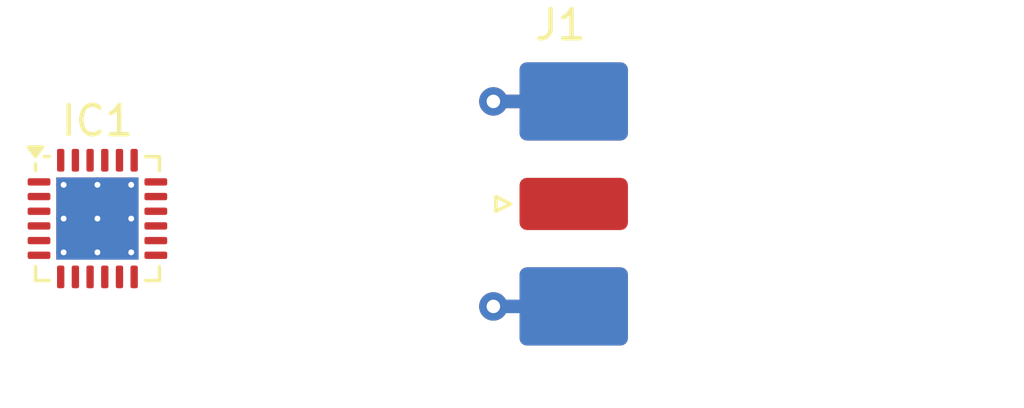
<source format=kicad_pcb>
(kicad_pcb (version 20241229) (generator "pcbnew") (generator_version "9.0")
  (layers (0 "F.Cu" signal) (2 "B.Cu" signal) (13 "F.Paste" user) (15 "B.Paste" user) (5 "F.SilkS" user "F.Silkscreen") (7 "B.SilkS" user "B.Silkscreen") (1 "F.Mask" user) (3 "B.Mask" user) (25 "Edge.Cuts" user))
  (net 0 "")
  (net 16 "GND")
  (net 17 "Net-(IC1-RF)")
  (footprint "Connector_Coaxial:SMA_Molex_73251-2120_EdgeMount_Horizontal" (layer "F.Cu") (at 135.96 75.5)
    (property "Reference" "J1" (at -0.705 -6.1 0) (layer "F.SilkS"))
    (property "Value" "Conn_Coaxial")
    (fp_line (start -0.25 -3.4925) (end -2.985 -3.4925) (stroke (width 0.46)) (layer "F.Cu"))
    (fp_line (start -0.25 3.4925) (end -2.985 3.4925) (stroke (width 0.46)) (layer "F.Cu"))
    (fp_line (start -0.25 -3.4925) (end -2.985 -3.4925) (stroke (width 0.46)) (layer "B.Cu"))
    (fp_line (start -0.25 3.4925) (end -2.985 3.4925) (stroke (width 0.46)) (layer "B.Cu"))
    (fp_line (start -2.9 -0.25) (end -2.9 0.25) (stroke (width 0.12)) (layer "F.SilkS"))
    (fp_line (start -2.9 0.25) (end -2.4 0) (stroke (width 0.12)) (layer "F.SilkS"))
    (fp_line (start -2.4 0) (end -2.9 -0.25) (stroke (width 0.12)) (layer "F.SilkS"))
    (pad "1" smd roundrect (at -0.25 0) (size 3.69 1.78) (layers "F.Cu" "F.Mask" "F.Paste") (roundrect_rratio 0.1404494382) (net 17 "Net-(IC1-RF)"))
    (pad "2" thru_hole circle (at -2.985 -3.4925) (size 0.97 0.97) (drill 0.46) (layers "*.Cu") (net 16 "GND"))
    (pad "2" thru_hole circle (at -2.985 3.4925) (size 0.97 0.97) (drill 0.46) (layers "*.Cu") (net 16 "GND"))
    (pad "2" smd roundrect (at -0.25 -3.4925) (size 3.69 2.665) (layers "F.Cu" "F.Mask" "F.Paste") (roundrect_rratio 0.09380863039) (net 16 "GND"))
    (pad "2" smd roundrect (at -0.25 -3.4925) (size 3.69 2.665) (layers "B.Cu" "B.Mask" "B.Paste") (roundrect_rratio 0.09380863039) (net 16 "GND"))
    (pad "2" smd roundrect (at -0.25 3.4925) (size 3.69 2.665) (layers "F.Cu" "F.Mask" "F.Paste") (roundrect_rratio 0.09380863039) (net 16 "GND"))
    (pad "2" smd roundrect (at -0.25 3.4925) (size 3.69 2.665) (layers "B.Cu" "B.Mask" "B.Paste") (roundrect_rratio 0.09380863039) (net 16 "GND"))
  )
  (footprint "Package_DFN_QFN:QFN-24-1EP_4x4mm_P0.5mm_EP2.8x2.8mm_ThermalVias" (layer "F.Cu") (at 119.5 76)
    (property "Reference" "IC1" (at 0 -3.33 0) (layer "F.SilkS"))
    (property "Value" "LTC5599")
    (fp_line (start -2.11 -1.635) (end -2.11 -1.87) (stroke (width 0.12)) (layer "F.SilkS"))
    (fp_line (start -2.11 2.11) (end -2.11 1.635) (stroke (width 0.12)) (layer "F.SilkS"))
    (fp_line (start -1.635 -2.11) (end -1.81 -2.11) (stroke (width 0.12)) (layer "F.SilkS"))
    (fp_line (start -1.635 2.11) (end -2.11 2.11) (stroke (width 0.12)) (layer "F.SilkS"))
    (fp_line (start 1.635 -2.11) (end 2.11 -2.11) (stroke (width 0.12)) (layer "F.SilkS"))
    (fp_line (start 1.635 2.11) (end 2.11 2.11) (stroke (width 0.12)) (layer "F.SilkS"))
    (fp_line (start 2.11 -2.11) (end 2.11 -1.635) (stroke (width 0.12)) (layer "F.SilkS"))
    (fp_line (start 2.11 2.11) (end 2.11 1.635) (stroke (width 0.12)) (layer "F.SilkS"))
    (fp_poly (pts (xy -2.11 -2.11) (xy -2.35 -2.44) (xy -1.87 -2.44)) (stroke (width 0.12)) (fill yes) (layer "F.SilkS"))
    (pad "1" smd roundrect (at -1.9875 -1.25) (size 0.775 0.25) (layers "F.Cu" "F.Mask" "F.Paste"))
    (pad "2" smd roundrect (at -1.9875 -0.75) (size 0.775 0.25) (layers "F.Cu" "F.Mask" "F.Paste") (net 16 "GND"))
    (pad "3" smd roundrect (at -1.9875 -0.25) (size 0.775 0.25) (layers "F.Cu" "F.Mask" "F.Paste"))
    (pad "4" smd roundrect (at -1.9875 0.25) (size 0.775 0.25) (layers "F.Cu" "F.Mask" "F.Paste"))
    (pad "5" smd roundrect (at -1.9875 0.75) (size 0.775 0.25) (layers "F.Cu" "F.Mask" "F.Paste") (net 16 "GND"))
    (pad "6" smd roundrect (at -1.9875 1.25) (size 0.775 0.25) (layers "F.Cu" "F.Mask" "F.Paste"))
    (pad "7" smd roundrect (at -1.25 1.9875) (size 0.25 0.775) (layers "F.Cu" "F.Mask" "F.Paste"))
    (pad "8" smd roundrect (at -0.75 1.9875) (size 0.25 0.775) (layers "F.Cu" "F.Mask" "F.Paste"))
    (pad "9" smd roundrect (at -0.25 1.9875) (size 0.25 0.775) (layers "F.Cu" "F.Mask" "F.Paste"))
    (pad "10" smd roundrect (at 0.25 1.9875) (size 0.25 0.775) (layers "F.Cu" "F.Mask" "F.Paste"))
    (pad "11" smd roundrect (at 0.75 1.9875) (size 0.25 0.775) (layers "F.Cu" "F.Mask" "F.Paste"))
    (pad "12" smd roundrect (at 1.25 1.9875) (size 0.25 0.775) (layers "F.Cu" "F.Mask" "F.Paste") (net 16 "GND"))
    (pad "13" smd roundrect (at 1.9875 1.25) (size 0.775 0.25) (layers "F.Cu" "F.Mask" "F.Paste") (net 16 "GND"))
    (pad "14" smd roundrect (at 1.9875 0.75) (size 0.775 0.25) (layers "F.Cu" "F.Mask" "F.Paste") (net 16 "GND"))
    (pad "15" smd roundrect (at 1.9875 0.25) (size 0.775 0.25) (layers "F.Cu" "F.Mask" "F.Paste") (net 16 "GND"))
    (pad "16" smd roundrect (at 1.9875 -0.25) (size 0.775 0.25) (layers "F.Cu" "F.Mask" "F.Paste") (net 17 "Net-(IC1-RF)"))
    (pad "17" smd roundrect (at 1.9875 -0.75) (size 0.775 0.25) (layers "F.Cu" "F.Mask" "F.Paste") (net 16 "GND"))
    (pad "18" smd roundrect (at 1.9875 -1.25) (size 0.775 0.25) (layers "F.Cu" "F.Mask" "F.Paste") (net 16 "GND"))
    (pad "19" smd roundrect (at 1.25 -1.9875) (size 0.25 0.775) (layers "F.Cu" "F.Mask" "F.Paste"))
    (pad "20" smd roundrect (at 0.75 -1.9875) (size 0.25 0.775) (layers "F.Cu" "F.Mask" "F.Paste"))
    (pad "21" smd roundrect (at 0.25 -1.9875) (size 0.25 0.775) (layers "F.Cu" "F.Mask" "F.Paste"))
    (pad "22" smd roundrect (at -0.25 -1.9875) (size 0.25 0.775) (layers "F.Cu" "F.Mask" "F.Paste"))
    (pad "23" smd roundrect (at -0.75 -1.9875) (size 0.25 0.775) (layers "F.Cu" "F.Mask" "F.Paste"))
    (pad "24" smd roundrect (at -1.25 -1.9875) (size 0.25 0.775) (layers "F.Cu" "F.Mask" "F.Paste"))
    (pad "25" thru_hole circle (at -1.15 -1.15) (size 0.5 0.5) (drill 0.2) (property pad_prop_heatsink) (layers "*.Cu") (net 16 "GND"))
    (pad "25" thru_hole circle (at -1.15 0) (size 0.5 0.5) (drill 0.2) (property pad_prop_heatsink) (layers "*.Cu") (net 16 "GND"))
    (pad "25" thru_hole circle (at -1.15 1.15) (size 0.5 0.5) (drill 0.2) (property pad_prop_heatsink) (layers "*.Cu") (net 16 "GND"))
    (pad "25" thru_hole circle (at 0 -1.15) (size 0.5 0.5) (drill 0.2) (property pad_prop_heatsink) (layers "*.Cu") (net 16 "GND"))
    (pad "25" thru_hole circle (at 0 0) (size 0.5 0.5) (drill 0.2) (property pad_prop_heatsink) (layers "*.Cu") (net 16 "GND"))
    (pad "25" smd rect (at 0 0) (size 2.8 2.8) (property pad_prop_heatsink) (layers "F.Cu" "F.Mask") (net 16 "GND"))
    (pad "25" smd rect (at 0 0) (size 2.8 2.8) (property pad_prop_heatsink) (layers "B.Cu") (net 16 "GND"))
    (pad "25" thru_hole circle (at 0 1.15) (size 0.5 0.5) (drill 0.2) (property pad_prop_heatsink) (layers "*.Cu") (net 16 "GND"))
    (pad "25" thru_hole circle (at 1.15 -1.15) (size 0.5 0.5) (drill 0.2) (property pad_prop_heatsink) (layers "*.Cu") (net 16 "GND"))
    (pad "25" thru_hole circle (at 1.15 0) (size 0.5 0.5) (drill 0.2) (property pad_prop_heatsink) (layers "*.Cu") (net 16 "GND"))
    (pad "25" thru_hole circle (at 1.15 1.15) (size 0.5 0.5) (drill 0.2) (property pad_prop_heatsink) (layers "*.Cu") (net 16 "GND"))
  )
)
</source>
